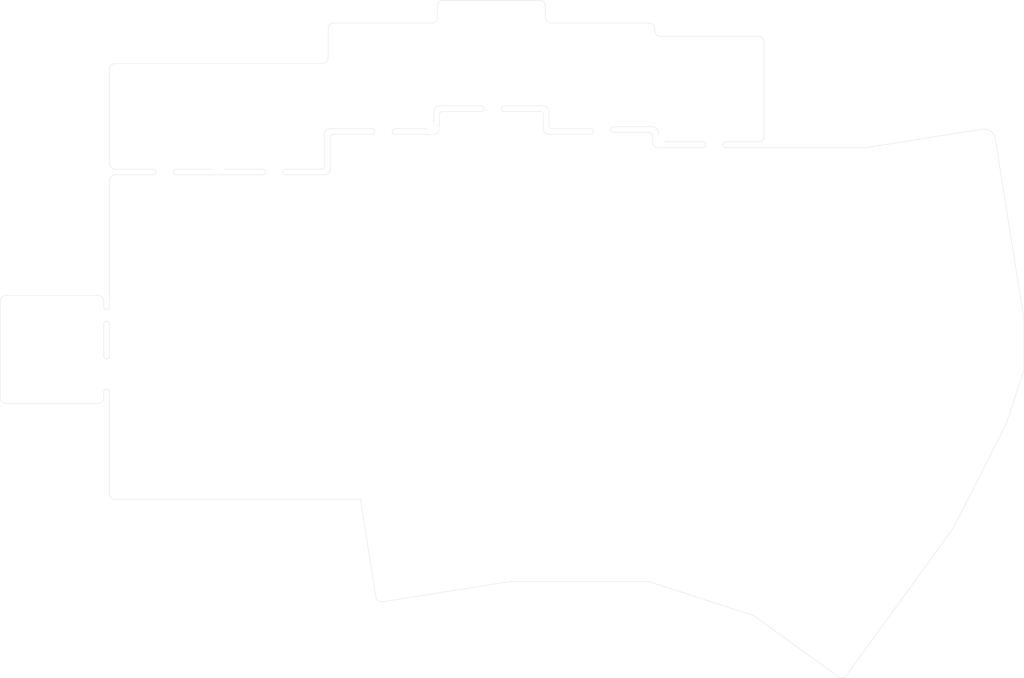
<source format=kicad_pcb>
(kicad_pcb (version 20171130) (host pcbnew 5.1.9-73d0e3b20d~88~ubuntu18.04.1)

  (general
    (thickness 1.6)
    (drawings 119)
    (tracks 0)
    (zones 0)
    (modules 12)
    (nets 1)
  )

  (page A4)
  (layers
    (0 F.Cu signal)
    (31 B.Cu signal)
    (32 B.Adhes user)
    (33 F.Adhes user)
    (34 B.Paste user)
    (35 F.Paste user)
    (36 B.SilkS user)
    (37 F.SilkS user)
    (38 B.Mask user)
    (39 F.Mask user)
    (40 Dwgs.User user)
    (41 Cmts.User user)
    (42 Eco1.User user)
    (43 Eco2.User user)
    (44 Edge.Cuts user)
    (45 Margin user)
    (46 B.CrtYd user)
    (47 F.CrtYd user)
    (48 B.Fab user)
    (49 F.Fab user)
  )

  (setup
    (last_trace_width 0.25)
    (trace_clearance 0.2)
    (zone_clearance 0.508)
    (zone_45_only no)
    (trace_min 0.2)
    (via_size 0.8)
    (via_drill 0.4)
    (via_min_size 0.4)
    (via_min_drill 0.3)
    (uvia_size 0.3)
    (uvia_drill 0.1)
    (uvias_allowed no)
    (uvia_min_size 0.2)
    (uvia_min_drill 0.1)
    (edge_width 0.05)
    (segment_width 0.2)
    (pcb_text_width 0.3)
    (pcb_text_size 1.5 1.5)
    (mod_edge_width 0.12)
    (mod_text_size 1 1)
    (mod_text_width 0.15)
    (pad_size 1.524 1.524)
    (pad_drill 0.762)
    (pad_to_mask_clearance 0)
    (aux_axis_origin 0 0)
    (visible_elements FFFFFF7F)
    (pcbplotparams
      (layerselection 0x010fc_ffffffff)
      (usegerberextensions false)
      (usegerberattributes true)
      (usegerberadvancedattributes true)
      (creategerberjobfile true)
      (excludeedgelayer true)
      (linewidth 0.100000)
      (plotframeref false)
      (viasonmask false)
      (mode 1)
      (useauxorigin false)
      (hpglpennumber 1)
      (hpglpenspeed 20)
      (hpglpendiameter 15.000000)
      (psnegative false)
      (psa4output false)
      (plotreference true)
      (plotvalue true)
      (plotinvisibletext false)
      (padsonsilk false)
      (subtractmaskfromsilk false)
      (outputformat 1)
      (mirror false)
      (drillshape 1)
      (scaleselection 1)
      (outputdirectory ""))
  )

  (net 0 "")

  (net_class Default "This is the default net class."
    (clearance 0.2)
    (trace_width 0.25)
    (via_dia 0.8)
    (via_drill 0.4)
    (uvia_dia 0.3)
    (uvia_drill 0.1)
  )

  (module used_footprints:Hole_Mount_M4 (layer F.Cu) (tedit 603FC246) (tstamp 6043D750)
    (at 95.45 95.65)
    (path /5DC1BC76)
    (fp_text reference HM5 (at -0.01 -2.09) (layer Dwgs.User) hide
      (effects (font (size 1 1) (thickness 0.15)))
    )
    (fp_text value CaseHole (at 0.5 -3.77) (layer F.Fab) hide
      (effects (font (size 1 1) (thickness 0.15)))
    )
    (pad "" np_thru_hole circle (at 0 0.08168) (size 2.2 2.2) (drill 2.2) (layers *.Cu *.Mask))
  )

  (module used_footprints:Hole_Mount_M4 (layer F.Cu) (tedit 603FC1FD) (tstamp 603FE31D)
    (at 215.4 123.65 36)
    (path /5DC03D38)
    (fp_text reference HM1 (at -0.01 -2.09 36) (layer F.SilkS) hide
      (effects (font (size 1 1) (thickness 0.15)))
    )
    (fp_text value CaseHole (at 0.5 -3.77 36) (layer F.Fab) hide
      (effects (font (size 1 1) (thickness 0.15)))
    )
    (pad "" np_thru_hole circle (at -0.117557 0.161803 36) (size 2.2 2.2) (drill 2.2) (layers *.Cu *.Mask))
  )

  (module used_footprints:Hole_Mount_M4 (layer F.Cu) (tedit 603E7A8E) (tstamp 603FE319)
    (at 164.44712 116.70512)
    (path /5DC1BC70)
    (fp_text reference HM4 (at -0.01 -2.09) (layer Dwgs.User) hide
      (effects (font (size 1 1) (thickness 0.15)))
    )
    (fp_text value CaseHole (at 0.5 -3.77) (layer F.Fab) hide
      (effects (font (size 1 1) (thickness 0.15)))
    )
    (pad "" np_thru_hole circle (at 0.00288 -0.70512) (size 2.2 2.2) (drill 2.2) (layers *.Cu *.Mask))
  )

  (module used_footprints:Hole_Mount_M4 (layer F.Cu) (tedit 603EA186) (tstamp 603FE1FA)
    (at 114.55 59.9)
    (path /60415820)
    (fp_text reference HM7 (at -0.01 -2.09) (layer F.SilkS) hide
      (effects (font (size 1 1) (thickness 0.15)))
    )
    (fp_text value CaseHole (at 0.5 -3.77) (layer F.Fab) hide
      (effects (font (size 1 1) (thickness 0.15)))
    )
    (pad "" np_thru_hole circle (at 0 0) (size 2.2 2.2) (drill 2.2) (layers *.Cu *.Mask))
  )

  (module used_footprints:Hole_Mount_M4 (layer F.Cu) (tedit 603FC090) (tstamp 603FE1F6)
    (at 152.65 53.35)
    (path /6041582C)
    (fp_text reference HM9 (at -0.01 -2.09) (layer F.SilkS) hide
      (effects (font (size 1 1) (thickness 0.15)))
    )
    (fp_text value CaseHole (at 0.5 -3.77) (layer F.Fab) hide
      (effects (font (size 1 1) (thickness 0.15)))
    )
    (pad "" np_thru_hole circle (at -0.65 -0.5) (size 2.2 2.2) (drill 2.2) (layers *.Cu *.Mask))
  )

  (module used_footprints:Hole_Mount_M4 (layer F.Cu) (tedit 603EA1D1) (tstamp 603FE1EE)
    (at 190.75 74.85)
    (path /60415832)
    (fp_text reference HM10 (at -0.01 -2.09) (layer F.SilkS) hide
      (effects (font (size 1 1) (thickness 0.15)))
    )
    (fp_text value CaseHole (at 0.5 -3.77) (layer F.Fab) hide
      (effects (font (size 1 1) (thickness 0.15)))
    )
    (pad "" np_thru_hole circle (at 0 0) (size 2.2 2.2) (drill 2.2) (layers *.Cu *.Mask))
  )

  (module used_footprints:Hole_Mount_M4 (layer F.Cu) (tedit 603E7AB2) (tstamp 603FE1E6)
    (at 191.2725 55.183451 14.5)
    (path /5DC0512E)
    (fp_text reference HM2 (at -0.01 -2.09 14.5) (layer Dwgs.User) hide
      (effects (font (size 1 1) (thickness 0.15)))
    )
    (fp_text value CaseHole (at 0.5 -3.77 14.5) (layer F.Fab) hide
      (effects (font (size 1 1) (thickness 0.15)))
    )
    (pad "" np_thru_hole circle (at 0.035 -0.0255 14.5) (size 2.2 2.2) (drill 2.2) (layers *.Cu *.Mask))
  )

  (module used_footprints:Hole_Mount_M4 (layer F.Cu) (tedit 603EA1C8) (tstamp 603FE1E2)
    (at 152.7 68.55)
    (path /60415838)
    (fp_text reference HM11 (at -0.01 -2.09) (layer F.SilkS) hide
      (effects (font (size 1 1) (thickness 0.15)))
    )
    (fp_text value CaseHole (at 0.5 -3.77) (layer F.Fab) hide
      (effects (font (size 1 1) (thickness 0.15)))
    )
    (pad "" np_thru_hole circle (at 0 0) (size 2.2 2.2) (drill 2.2) (layers *.Cu *.Mask))
  )

  (module used_footprints:Hole_Mount_M4 (layer F.Cu) (tedit 603FC25D) (tstamp 603FE1DE)
    (at 114.6 98.7)
    (path /60492C63)
    (fp_text reference HM6 (at -0.01 -2.09) (layer Dwgs.User) hide
      (effects (font (size 1 1) (thickness 0.15)))
    )
    (fp_text value CaseHole (at 0.5 -3.77) (layer F.Fab) hide
      (effects (font (size 1 1) (thickness 0.15)))
    )
    (pad "" np_thru_hole circle (at -0.05 -0.1) (size 2.2 2.2) (drill 2.2) (layers *.Cu *.Mask))
  )

  (module used_footprints:Hole_Mount_M4 (layer F.Cu) (tedit 603FC288) (tstamp 603FE1DA)
    (at 114.55 79.65)
    (path /60415826)
    (fp_text reference HM8 (at -0.01 -2.09) (layer F.SilkS) hide
      (effects (font (size 1 1) (thickness 0.15)))
    )
    (fp_text value CaseHole (at 0.5 -3.77) (layer F.Fab) hide
      (effects (font (size 1 1) (thickness 0.15)))
    )
    (pad "" np_thru_hole circle (at 0 -0.1) (size 2.2 2.2) (drill 2.2) (layers *.Cu *.Mask))
  )

  (module used_footprints:Hole_Mount_M4 (layer F.Cu) (tedit 603E7A43) (tstamp 603FE1D6)
    (at 240.85 109.5)
    (path /5DC14B86)
    (fp_text reference HM3 (at -0.01 -2.09) (layer Dwgs.User) hide
      (effects (font (size 1 1) (thickness 0.15)))
    )
    (fp_text value CaseHole (at 0.5 -3.77) (layer F.Fab) hide
      (effects (font (size 1 1) (thickness 0.15)))
    )
    (pad "" np_thru_hole circle (at 0.005 -0.12) (size 2.2 2.2) (drill 2.2) (layers *.Cu *.Mask))
  )

  (module used_footprints:Hole_Mount_M4 (layer F.Cu) (tedit 603EA1DA) (tstamp 603FE1CE)
    (at 220.1 69.2)
    (path /6041583E)
    (fp_text reference HM12 (at 0.1 -1.7) (layer F.SilkS) hide
      (effects (font (size 1 1) (thickness 0.15)))
    )
    (fp_text value CaseHole (at 0.5 -3.77) (layer F.Fab) hide
      (effects (font (size 1 1) (thickness 0.15)))
    )
    (pad "" np_thru_hole circle (at 0 0) (size 2.2 2.2) (drill 2.2) (layers *.Cu *.Mask))
  )

  (gr_arc (start 77.55 83.01) (end 77.55 82.01) (angle -90) (layer Edge.Cuts) (width 0.05) (tstamp 6043D560))
  (gr_arc (start 93.600001 83.01) (end 94.600001 83.01) (angle -90) (layer Edge.Cuts) (width 0.05) (tstamp 6043D55F))
  (gr_line (start 93.6 100.84) (end 77.55 100.84) (layer Edge.Cuts) (width 0.05) (tstamp 6043D55E))
  (gr_line (start 77.55 82.01) (end 93.600001 82.01) (layer Edge.Cuts) (width 0.05) (tstamp 6043D55D))
  (gr_arc (start 77.55 99.84) (end 76.55 99.84) (angle -90) (layer Edge.Cuts) (width 0.05) (tstamp 6043D55C))
  (gr_line (start 94.600001 83.01) (end 94.600001 84) (layer Edge.Cuts) (width 0.05) (tstamp 6043D55B))
  (gr_line (start 76.55 99.84) (end 76.55 83.01) (layer Edge.Cuts) (width 0.05) (tstamp 6043D55A))
  (gr_arc (start 95.099999 86.99) (end 95.599997 86.99) (angle -180) (layer Edge.Cuts) (width 0.05) (tstamp 6043D559))
  (gr_line (start 94.600001 92.589999) (end 94.600001 86.99) (layer Edge.Cuts) (width 0.05) (tstamp 6043D558))
  (gr_line (start 95.6 86.99) (end 95.599999 92.590001) (layer Edge.Cuts) (width 0.05) (tstamp 6043D557))
  (gr_arc (start 95.1 92.59) (end 94.600001 92.589999) (angle -180) (layer Edge.Cuts) (width 0.05) (tstamp 6043D556))
  (gr_arc (start 95.1 84) (end 94.600001 84) (angle -180) (layer Edge.Cuts) (width 0.05) (tstamp 6043D555))
  (gr_arc (start 93.6 99.84) (end 93.6 100.84) (angle -90) (layer Edge.Cuts) (width 0.05) (tstamp 6043D554))
  (gr_arc (start 95.1 98.84) (end 95.6 98.85) (angle -182.2915257) (layer Edge.Cuts) (width 0.05) (tstamp 6043D54F))
  (gr_line (start 94.6 99.84) (end 94.6 98.85) (layer Edge.Cuts) (width 0.05) (tstamp 6043D54E))
  (gr_line (start 247.677579 53.038559) (end 227.4 56.25) (layer Edge.Cuts) (width 0.05) (tstamp 6042AD6B))
  (gr_line (start 249.965825 54.701067) (end 254.95 86.2) (layer Edge.Cuts) (width 0.05) (tstamp 6042AD6A))
  (gr_line (start 254.95 95.05) (end 251.9 104.3) (layer Edge.Cuts) (width 0.05) (tstamp 6042AD69))
  (gr_line (start 251.9 104.3) (end 242.7 122.45) (layer Edge.Cuts) (width 0.05) (tstamp 6042AD68))
  (gr_arc (start 247.990448 55.013936) (end 249.965825 54.701067) (angle -90) (layer Edge.Cuts) (width 0.05) (tstamp 6042AD67))
  (gr_line (start 254.95 86.2) (end 254.95 95.05) (layer Edge.Cuts) (width 0.05) (tstamp 6042AD66))
  (gr_line (start 242.7 122.45) (end 234.283043 134.070973) (layer Edge.Cuts) (width 0.05) (tstamp 6042AD65))
  (gr_line (start 234.283043 134.070973) (end 223.996802 148.22877) (layer Edge.Cuts) (width 0.05) (tstamp 603FDE37))
  (gr_line (start 96.6 117.55) (end 139.35 117.55) (layer Edge.Cuts) (width 0.05) (tstamp 603F5D6B))
  (gr_line (start 134.05 52.950001) (end 141.35 52.950001) (layer Edge.Cuts) (width 0.05) (tstamp 603F5D69))
  (gr_line (start 133.05 53.950001) (end 133.05 59.5) (layer Edge.Cuts) (width 0.05) (tstamp 603F5D68))
  (gr_line (start 141.35 53.95) (end 134.55 53.95) (layer Edge.Cuts) (width 0.05) (tstamp 603F5D67))
  (gr_line (start 134.05 54.45) (end 134.05 59.999999) (layer Edge.Cuts) (width 0.05) (tstamp 603F5D66))
  (gr_line (start 145.35 52.950001) (end 151.6 52.95) (layer Edge.Cuts) (width 0.05) (tstamp 603F5D65))
  (gr_line (start 152.1 52.45) (end 152.1 49.950001) (layer Edge.Cuts) (width 0.05) (tstamp 603F5D64))
  (gr_line (start 153.1 48.950001) (end 160.4 48.950002) (layer Edge.Cuts) (width 0.05) (tstamp 603F5D63))
  (gr_line (start 145.35 53.95) (end 152.1 53.95) (layer Edge.Cuts) (width 0.05) (tstamp 603F5D62))
  (gr_line (start 153.1 52.949999) (end 153.100001 50.45) (layer Edge.Cuts) (width 0.05) (tstamp 603F5D61))
  (gr_line (start 153.6 49.95) (end 160.4 49.949997) (layer Edge.Cuts) (width 0.05) (tstamp 603F5D60))
  (gr_line (start 95.6 59) (end 95.6 42.59) (layer Edge.Cuts) (width 0.05) (tstamp 603F5D5F))
  (gr_line (start 96.6 41.59) (end 132.7 41.59) (layer Edge.Cuts) (width 0.05) (tstamp 603F5D5E))
  (gr_line (start 133.7 40.59) (end 133.7 35.54) (layer Edge.Cuts) (width 0.05) (tstamp 603F5D5D))
  (gr_line (start 134.7 34.54) (end 151.75 34.54) (layer Edge.Cuts) (width 0.05) (tstamp 603F5D5C))
  (gr_line (start 171.2 48.950002) (end 164.4 48.950001) (layer Edge.Cuts) (width 0.05) (tstamp 603F5D5B))
  (gr_line (start 164.4 49.949999) (end 170.7 49.95) (layer Edge.Cuts) (width 0.05) (tstamp 603F5D5A))
  (gr_line (start 171.199999 50.45) (end 171.200001 52.94) (layer Edge.Cuts) (width 0.05) (tstamp 603F5D59))
  (gr_line (start 172.200001 53.94) (end 179.45 53.94) (layer Edge.Cuts) (width 0.05) (tstamp 603F5D58))
  (gr_line (start 172.2 49.950002) (end 172.200001 52.44) (layer Edge.Cuts) (width 0.05) (tstamp 603F5D57))
  (gr_line (start 172.7 52.940002) (end 179.45 52.940002) (layer Edge.Cuts) (width 0.05) (tstamp 603F5D56))
  (gr_line (start 190.199999 52.6) (end 183.45 52.6) (layer Edge.Cuts) (width 0.05) (tstamp 603F5D55))
  (gr_line (start 183.45 53.6) (end 189.7 53.6) (layer Edge.Cuts) (width 0.05) (tstamp 603F5D54))
  (gr_line (start 190.2 54.1) (end 190.2 55.25) (layer Edge.Cuts) (width 0.05) (tstamp 603F5D53))
  (gr_line (start 191.2 56.25) (end 199 56.249996) (layer Edge.Cuts) (width 0.05) (tstamp 603F5D52))
  (gr_line (start 209.65 54.25) (end 209.65 37.86) (layer Edge.Cuts) (width 0.05) (tstamp 603F5D51))
  (gr_line (start 208.65 36.86) (end 191.6 36.86) (layer Edge.Cuts) (width 0.05) (tstamp 603F5D50))
  (gr_line (start 190.6 35.86) (end 190.6 35.54) (layer Edge.Cuts) (width 0.05) (tstamp 603F5D4F))
  (gr_line (start 189.6 34.54) (end 172.55 34.54) (layer Edge.Cuts) (width 0.05) (tstamp 603F5D4E))
  (gr_line (start 171.55 33.54) (end 171.55 31.55) (layer Edge.Cuts) (width 0.05) (tstamp 603F5D4D))
  (gr_line (start 170.55 30.55) (end 153.75 30.55) (layer Edge.Cuts) (width 0.05) (tstamp 603F5D4C))
  (gr_line (start 152.75 31.55) (end 152.75 33.54) (layer Edge.Cuts) (width 0.05) (tstamp 603F5D4B))
  (gr_line (start 95.6 62) (end 95.600099 84) (layer Edge.Cuts) (width 0.05) (tstamp 603F5D4A))
  (gr_line (start 95.6 98.85) (end 95.6 116.55) (layer Edge.Cuts) (width 0.05) (tstamp 603F5D46))
  (gr_arc (start 96.6 116.55) (end 95.6 116.55) (angle -90) (layer Edge.Cuts) (width 0.05) (tstamp 603F5D45))
  (gr_arc (start 96.6 42.59) (end 96.6 41.59) (angle -90) (layer Edge.Cuts) (width 0.05) (tstamp 603F5D41))
  (gr_arc (start 132.7 40.59) (end 132.7 41.59) (angle -90) (layer Edge.Cuts) (width 0.05) (tstamp 603F5D40))
  (gr_arc (start 134.7 35.54) (end 134.7 34.54) (angle -90) (layer Edge.Cuts) (width 0.05) (tstamp 603F5D3F))
  (gr_arc (start 151.75 33.54) (end 151.75 34.54) (angle -90) (layer Edge.Cuts) (width 0.05) (tstamp 603F5D3E))
  (gr_arc (start 153.75 31.55) (end 153.75 30.55) (angle -90) (layer Edge.Cuts) (width 0.05) (tstamp 603F5D3D))
  (gr_arc (start 170.55 31.55) (end 171.55 31.55) (angle -90) (layer Edge.Cuts) (width 0.05) (tstamp 603F5D3C))
  (gr_arc (start 172.55 33.54) (end 171.55 33.54) (angle -90) (layer Edge.Cuts) (width 0.05) (tstamp 603F5D3B))
  (gr_arc (start 189.6 35.54) (end 190.6 35.54) (angle -90) (layer Edge.Cuts) (width 0.05) (tstamp 603F5D3A))
  (gr_arc (start 191.6 35.86) (end 190.6 35.86) (angle -90) (layer Edge.Cuts) (width 0.05) (tstamp 603F5D39))
  (gr_arc (start 208.65 37.86) (end 209.65 37.86) (angle -90) (layer Edge.Cuts) (width 0.05) (tstamp 603F5D38))
  (gr_arc (start 208.65 54.25) (end 208.65 55.25) (angle -90) (layer Edge.Cuts) (width 0.05) (tstamp 603F5D37))
  (gr_arc (start 96.6 59) (end 95.6 59) (angle -90) (layer Edge.Cuts) (width 0.05) (tstamp 603F5D36))
  (gr_arc (start 145.35 53.45) (end 145.35 52.950001) (angle -180) (layer Edge.Cuts) (width 0.05) (tstamp 603F5D35))
  (gr_arc (start 141.35 53.449999) (end 141.35 53.949997) (angle -180) (layer Edge.Cuts) (width 0.05) (tstamp 603F5D34))
  (gr_arc (start 134.05 53.950001) (end 134.05 52.950001) (angle -90) (layer Edge.Cuts) (width 0.05) (tstamp 603F5D32))
  (gr_arc (start 153.6 50.45) (end 153.6 49.950001) (angle -90) (layer Edge.Cuts) (width 0.05) (tstamp 603F5D31))
  (gr_arc (start 153.1 49.950001) (end 153.1 48.950001) (angle -90) (layer Edge.Cuts) (width 0.05) (tstamp 603F5D30))
  (gr_arc (start 170.7 50.45) (end 171.199999 50.45) (angle -90) (layer Edge.Cuts) (width 0.05) (tstamp 603F5D2F))
  (gr_arc (start 171.2 49.950002) (end 172.2 49.950002) (angle -90) (layer Edge.Cuts) (width 0.05) (tstamp 603F5D2E))
  (gr_arc (start 172.7 52.44) (end 172.200001 52.44) (angle -90) (layer Edge.Cuts) (width 0.05) (tstamp 603F5D2D))
  (gr_arc (start 172.200001 52.94) (end 171.200001 52.94) (angle -90) (layer Edge.Cuts) (width 0.05) (tstamp 603F5D2C))
  (gr_arc (start 189.7 54.1) (end 190.199999 54.1) (angle -90) (layer Edge.Cuts) (width 0.05) (tstamp 603F5D2B))
  (gr_arc (start 190.199999 53.6) (end 191.199999 53.6) (angle -90) (layer Edge.Cuts) (width 0.05) (tstamp 603F5D2A))
  (gr_arc (start 191.7 54.750001) (end 191.200001 54.750001) (angle -90) (layer Edge.Cuts) (width 0.05) (tstamp 603F5D29))
  (gr_arc (start 191.2 55.25) (end 190.2 55.25) (angle -90) (layer Edge.Cuts) (width 0.05) (tstamp 603F5D28))
  (gr_line (start 191.199999 53.6) (end 191.2 54.75) (layer Edge.Cuts) (width 0.05) (tstamp 603F5D27))
  (gr_arc (start 151.6 52.45) (end 151.6 52.95) (angle -90) (layer Edge.Cuts) (width 0.05) (tstamp 603F5D26))
  (gr_arc (start 152.1 52.949999) (end 152.1 53.949999) (angle -90) (layer Edge.Cuts) (width 0.05) (tstamp 603F5D25))
  (gr_arc (start 96.6 62) (end 96.6 61) (angle -90) (layer Edge.Cuts) (width 0.05) (tstamp 603F5D24))
  (gr_arc (start 164.4 49.45) (end 164.4 48.950001) (angle -180) (layer Edge.Cuts) (width 0.05) (tstamp 603F5D23))
  (gr_arc (start 160.4 49.449999) (end 160.4 49.949997) (angle -180) (layer Edge.Cuts) (width 0.05) (tstamp 603F5D22))
  (gr_arc (start 183.45 53.100001) (end 183.45 52.600002) (angle -180) (layer Edge.Cuts) (width 0.05) (tstamp 603F5D21))
  (gr_arc (start 179.45 53.439999) (end 179.45 53.939997) (angle -180) (layer Edge.Cuts) (width 0.05) (tstamp 603F5D20))
  (gr_line (start 207.9 137.8) (end 222.6 148.45) (layer Edge.Cuts) (width 0.05) (tstamp 603F5D1F))
  (gr_arc (start 223.187786 147.640984) (end 222.6 148.45) (angle -90) (layer Edge.Cuts) (width 0.05) (tstamp 603F5D1E))
  (gr_line (start 189.55 131.85) (end 207.9 137.8) (layer Edge.Cuts) (width 0.05) (tstamp 603F5D1C))
  (gr_arc (start 143.003464 134.39995) (end 142.015776 134.556384) (angle -90) (layer Edge.Cuts) (width 0.05) (tstamp 603F5D1B))
  (gr_line (start 142.015776 134.556384) (end 139.35 117.55) (layer Edge.Cuts) (width 0.05) (tstamp 603F5D1A))
  (gr_line (start 165.5 131.85) (end 143.159898 135.387638) (layer Edge.Cuts) (width 0.05) (tstamp 603F5D19))
  (gr_line (start 165.5 131.85) (end 189.55 131.85) (layer Edge.Cuts) (width 0.05) (tstamp 603F5D18))
  (gr_arc (start 134.55 54.449999) (end 134.55 53.95) (angle -90) (layer Edge.Cuts) (width 0.05) (tstamp 603F5D17))
  (gr_line (start 203 56.249998) (end 209.65 56.25) (layer Edge.Cuts) (width 0.05) (tstamp 603F5D16))
  (gr_line (start 208.65 55.25) (end 203 55.25) (layer Edge.Cuts) (width 0.05) (tstamp 603F5D15))
  (gr_arc (start 133.05 59.999999) (end 133.05 60.999999) (angle -90) (layer Edge.Cuts) (width 0.05) (tstamp 603F5D14))
  (gr_arc (start 122.3 60.499999) (end 122.3 60.999997) (angle -180) (layer Edge.Cuts) (width 0.05) (tstamp 603F5D13))
  (gr_arc (start 126.3 60.5) (end 126.3 60.000001) (angle -180) (layer Edge.Cuts) (width 0.05) (tstamp 603F5D12))
  (gr_line (start 126.3 61) (end 133.05 61) (layer Edge.Cuts) (width 0.05) (tstamp 603F5D11))
  (gr_line (start 126.3 60.000001) (end 132.55 60) (layer Edge.Cuts) (width 0.05) (tstamp 603F5D10))
  (gr_line (start 122.3 61) (end 114.55 61.000001) (layer Edge.Cuts) (width 0.05) (tstamp 603F5D0F))
  (gr_line (start 114.55 60) (end 122.3 60.000001) (layer Edge.Cuts) (width 0.05) (tstamp 603F5D0E))
  (gr_arc (start 132.55 59.5) (end 132.55 60) (angle -90) (layer Edge.Cuts) (width 0.05) (tstamp 603F5D0D))
  (gr_line (start 107.25 61) (end 114.55 61.000001) (layer Edge.Cuts) (width 0.05) (tstamp 603F5D0C))
  (gr_arc (start 107.25 60.5) (end 107.25 60.000001) (angle -180) (layer Edge.Cuts) (width 0.05) (tstamp 603F5D0B))
  (gr_line (start 107.25 60.000001) (end 114.55 60) (layer Edge.Cuts) (width 0.05) (tstamp 603F5D0A))
  (gr_arc (start 103.25 60.499999) (end 103.25 60.999997) (angle -180) (layer Edge.Cuts) (width 0.05) (tstamp 603F5D09))
  (gr_line (start 96.6 60) (end 103.25 60.000001) (layer Edge.Cuts) (width 0.05) (tstamp 603F5D08))
  (gr_line (start 103.25 61) (end 96.6 61.000001) (layer Edge.Cuts) (width 0.05) (tstamp 603F5D07))
  (gr_line (start 227.4 56.25) (end 209.65 56.25) (layer Edge.Cuts) (width 0.05) (tstamp 603F5D01))
  (gr_line (start 191.7 55.25) (end 199 55.25) (layer Edge.Cuts) (width 0.05) (tstamp 603F5CFA))
  (gr_arc (start 199 55.749998) (end 199 56.249996) (angle -180) (layer Edge.Cuts) (width 0.05) (tstamp 603F5CF9))
  (gr_arc (start 203 55.749999) (end 203 55.25) (angle -180) (layer Edge.Cuts) (width 0.05) (tstamp 603F5CF7))

)

</source>
